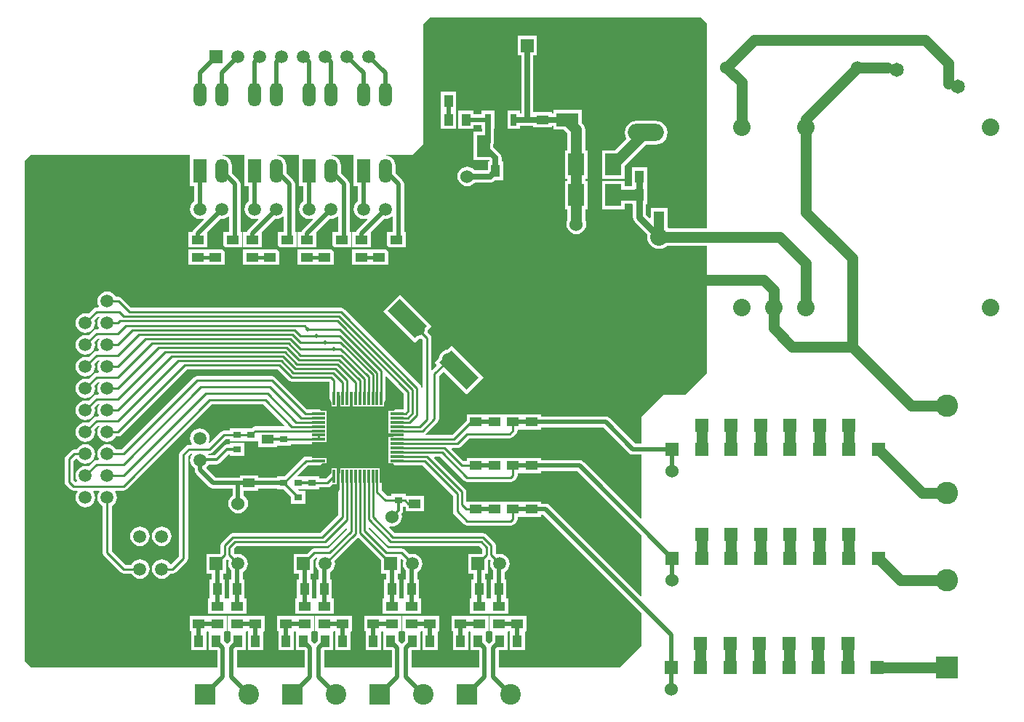
<source format=gtl>
%FSLAX25Y25*%
%MOIN*%
G70*
G01*
G75*
G04 Layer_Physical_Order=1*
G04 Layer_Color=255*
G04:AMPARAMS|DCode=10|XSize=78.74mil|YSize=177.16mil|CornerRadius=0mil|HoleSize=0mil|Usage=FLASHONLY|Rotation=45.000|XOffset=0mil|YOffset=0mil|HoleType=Round|Shape=Rectangle|*
%AMROTATEDRECTD10*
4,1,4,0.03480,-0.09048,-0.09048,0.03480,-0.03480,0.09048,0.09048,-0.03480,0.03480,-0.09048,0.0*
%
%ADD10ROTATEDRECTD10*%

%ADD11R,0.05500X0.04000*%
%ADD12O,0.06000X0.11024*%
%ADD13R,0.06000X0.11024*%
G04:AMPARAMS|DCode=14|XSize=74.8mil|YSize=129.92mil|CornerRadius=0mil|HoleSize=0mil|Usage=FLASHONLY|Rotation=0.000|XOffset=0mil|YOffset=0mil|HoleType=Round|Shape=Octagon|*
%AMOCTAGOND14*
4,1,8,-0.01870,0.06496,0.01870,0.06496,0.03740,0.04626,0.03740,-0.04626,0.01870,-0.06496,-0.01870,-0.06496,-0.03740,-0.04626,-0.03740,0.04626,-0.01870,0.06496,0.0*
%
%ADD14OCTAGOND14*%

%ADD15R,0.02756X0.07087*%
%ADD16R,0.02756X0.05315*%
%ADD17R,0.04000X0.05500*%
%ADD18R,0.06000X0.06000*%
%ADD19R,0.07500X0.10000*%
%ADD20R,0.03500X0.03000*%
%ADD21R,0.06000X0.10000*%
%ADD22R,0.10000X0.06000*%
%ADD23R,0.04725X0.13779*%
%ADD24R,0.04725X0.13779*%
%ADD25R,0.06299X0.01181*%
%ADD26R,0.01181X0.06299*%
%ADD27C,0.02500*%
%ADD28C,0.05000*%
%ADD29C,0.01200*%
%ADD30C,0.01000*%
%ADD31C,0.02000*%
%ADD32C,0.03000*%
%ADD33C,0.01500*%
%ADD34C,0.06000*%
%ADD35R,0.05906X0.05906*%
%ADD36C,0.05906*%
%ADD37C,0.06500*%
%ADD38O,0.07874X0.15748*%
%ADD39O,0.15748X0.07874*%
%ADD40O,0.16535X0.07874*%
%ADD41R,0.10236X0.10236*%
%ADD42C,0.10236*%
%ADD43R,0.09449X0.09449*%
%ADD44C,0.09449*%
%ADD45R,0.05906X0.05906*%
%ADD46C,0.08000*%
%ADD47C,0.02000*%
G36*
X279198Y-201802D02*
X280025Y-202355D01*
X281000Y-202549D01*
X285000D01*
Y-231742D01*
X284538Y-231933D01*
X258302Y-205698D01*
X257475Y-205145D01*
X256500Y-204951D01*
X238750D01*
Y-204000D01*
X204750D01*
Y-205461D01*
X203345D01*
X197924Y-200041D01*
X198116Y-199579D01*
X200461D01*
X201241Y-199423D01*
X201903Y-198981D01*
X201903Y-198981D01*
X201903Y-198981D01*
X205845Y-195039D01*
X224500D01*
X225280Y-194884D01*
X225942Y-194442D01*
X225942Y-194442D01*
X225942Y-194442D01*
X227442Y-192942D01*
X227884Y-192280D01*
X228039Y-191500D01*
Y-191000D01*
X238750D01*
Y-190049D01*
X267444D01*
X279198Y-201802D01*
D02*
G37*
G36*
X315000Y-5000D02*
Y-98623D01*
X297216D01*
X296863Y-98269D01*
X296863Y-89347D01*
X289138Y-89347D01*
X289138Y-93863D01*
X288676Y-94054D01*
X287026Y-92404D01*
Y-87750D01*
X287500D01*
Y-79250D01*
Y-70750D01*
X280500D01*
Y-79250D01*
Y-79466D01*
X277250D01*
Y-77000D01*
X266750D01*
Y-90000D01*
X277250D01*
Y-87534D01*
X280500D01*
Y-87750D01*
X280974D01*
Y-93657D01*
X281077Y-94440D01*
X281291Y-94956D01*
X281380Y-95170D01*
X281860Y-95797D01*
X287600Y-101537D01*
X287453Y-102657D01*
X287642Y-104093D01*
X288196Y-105431D01*
X289078Y-106580D01*
X290227Y-107462D01*
X291564Y-108016D01*
X293000Y-108205D01*
X294436Y-108016D01*
X295774Y-107462D01*
X296777Y-106692D01*
X315000D01*
Y-165000D01*
X305000Y-175000D01*
X295000D01*
X285000Y-185000D01*
Y-197451D01*
X282056D01*
X270302Y-185698D01*
X269476Y-185145D01*
X268500Y-184951D01*
X238750D01*
Y-184000D01*
X204750D01*
Y-186866D01*
X198084Y-193532D01*
X186113D01*
X185830Y-193109D01*
X185814Y-193070D01*
X191442Y-187442D01*
X191884Y-186780D01*
X192039Y-186000D01*
Y-166345D01*
X194097Y-164286D01*
X204771Y-174960D01*
X212460Y-167271D01*
X197811Y-152622D01*
X195998Y-154436D01*
X195245Y-154535D01*
X194150Y-154989D01*
X193210Y-155710D01*
X192489Y-156650D01*
X192035Y-157745D01*
X191936Y-158498D01*
X190122Y-160311D01*
X190963Y-161153D01*
Y-161653D01*
X189001Y-163615D01*
X188539Y-163424D01*
Y-149000D01*
X188384Y-148220D01*
X187942Y-147558D01*
X186789Y-146405D01*
X186884Y-146175D01*
X186983Y-145422D01*
X188797Y-143608D01*
X174148Y-128959D01*
X166459Y-136648D01*
X181108Y-151297D01*
X182922Y-149483D01*
X183675Y-149384D01*
X183905Y-149289D01*
X184461Y-149845D01*
Y-171613D01*
X183963Y-171662D01*
X183884Y-171264D01*
X183442Y-170602D01*
X148563Y-135723D01*
X147901Y-135281D01*
X147121Y-135126D01*
X50927D01*
X46525Y-130723D01*
X45863Y-130281D01*
X45083Y-130126D01*
X43975D01*
X43889Y-129920D01*
X43176Y-128990D01*
X42246Y-128276D01*
X41162Y-127827D01*
X40000Y-127674D01*
X38838Y-127827D01*
X37754Y-128276D01*
X36824Y-128990D01*
X36110Y-129920D01*
X35662Y-131003D01*
X35509Y-132165D01*
X35662Y-133328D01*
X36110Y-134411D01*
X36188Y-134512D01*
X35967Y-134961D01*
X35165D01*
X34385Y-135116D01*
X33723Y-135558D01*
X31369Y-137913D01*
X31162Y-137827D01*
X30000Y-137674D01*
X28838Y-137827D01*
X27754Y-138276D01*
X26824Y-138990D01*
X26111Y-139920D01*
X25662Y-141003D01*
X25509Y-142165D01*
X25662Y-143328D01*
X26111Y-144411D01*
X26824Y-145341D01*
X27754Y-146055D01*
X28838Y-146503D01*
X30000Y-146657D01*
X31162Y-146503D01*
X32246Y-146055D01*
X33176Y-145341D01*
X33889Y-144411D01*
X34338Y-143328D01*
X34491Y-142165D01*
X34338Y-141003D01*
X34253Y-140797D01*
X35848Y-139201D01*
X36341Y-139283D01*
X36442Y-139488D01*
X36110Y-139920D01*
X35662Y-141003D01*
X35509Y-142165D01*
X35662Y-143328D01*
X36110Y-144411D01*
X36188Y-144512D01*
X35967Y-144961D01*
X35165D01*
X34385Y-145116D01*
X33723Y-145558D01*
X31369Y-147913D01*
X31162Y-147827D01*
X30000Y-147674D01*
X28838Y-147827D01*
X27754Y-148276D01*
X26824Y-148990D01*
X26111Y-149920D01*
X25662Y-151003D01*
X25509Y-152165D01*
X25662Y-153328D01*
X26111Y-154411D01*
X26824Y-155341D01*
X27754Y-156055D01*
X28838Y-156503D01*
X30000Y-156657D01*
X31162Y-156503D01*
X32246Y-156055D01*
X33176Y-155341D01*
X33889Y-154411D01*
X34338Y-153328D01*
X34491Y-152165D01*
X34338Y-151003D01*
X34253Y-150797D01*
X35848Y-149201D01*
X36341Y-149283D01*
X36442Y-149488D01*
X36110Y-149920D01*
X35662Y-151003D01*
X35509Y-152165D01*
X35662Y-153328D01*
X36110Y-154411D01*
X36188Y-154512D01*
X35967Y-154961D01*
X35165D01*
X34385Y-155116D01*
X33723Y-155558D01*
X31369Y-157913D01*
X31162Y-157827D01*
X30000Y-157674D01*
X28838Y-157827D01*
X27754Y-158276D01*
X26824Y-158990D01*
X26111Y-159920D01*
X25662Y-161003D01*
X25509Y-162165D01*
X25662Y-163328D01*
X26111Y-164411D01*
X26824Y-165341D01*
X27754Y-166055D01*
X28838Y-166504D01*
X30000Y-166656D01*
X31162Y-166504D01*
X32246Y-166055D01*
X33176Y-165341D01*
X33889Y-164411D01*
X34338Y-163328D01*
X34491Y-162165D01*
X34338Y-161003D01*
X34253Y-160797D01*
X35848Y-159201D01*
X36341Y-159283D01*
X36442Y-159488D01*
X36110Y-159920D01*
X35662Y-161003D01*
X35509Y-162165D01*
X35662Y-163328D01*
X36110Y-164411D01*
X36188Y-164512D01*
X35967Y-164961D01*
X35165D01*
X34385Y-165116D01*
X33723Y-165558D01*
X31369Y-167913D01*
X31162Y-167827D01*
X30000Y-167674D01*
X28838Y-167827D01*
X27754Y-168276D01*
X26824Y-168990D01*
X26111Y-169920D01*
X25662Y-171003D01*
X25509Y-172165D01*
X25662Y-173328D01*
X26111Y-174411D01*
X26824Y-175341D01*
X27754Y-176055D01*
X28838Y-176504D01*
X30000Y-176656D01*
X31162Y-176504D01*
X32246Y-176055D01*
X33176Y-175341D01*
X33889Y-174411D01*
X34338Y-173328D01*
X34491Y-172165D01*
X34338Y-171003D01*
X34253Y-170797D01*
X35848Y-169201D01*
X36341Y-169283D01*
X36442Y-169488D01*
X36110Y-169920D01*
X35662Y-171003D01*
X35509Y-172165D01*
X35662Y-173328D01*
X36110Y-174411D01*
X36188Y-174512D01*
X35967Y-174961D01*
X35165D01*
X34385Y-175116D01*
X33723Y-175558D01*
X31369Y-177913D01*
X31162Y-177827D01*
X30000Y-177674D01*
X28838Y-177827D01*
X27754Y-178276D01*
X26824Y-178990D01*
X26111Y-179920D01*
X25662Y-181003D01*
X25509Y-182165D01*
X25662Y-183328D01*
X26111Y-184411D01*
X26824Y-185341D01*
X27754Y-186055D01*
X28838Y-186504D01*
X30000Y-186656D01*
X31162Y-186504D01*
X32246Y-186055D01*
X33176Y-185341D01*
X33889Y-184411D01*
X34338Y-183328D01*
X34491Y-182165D01*
X34338Y-181003D01*
X34253Y-180797D01*
X35848Y-179201D01*
X36341Y-179283D01*
X36442Y-179488D01*
X36110Y-179920D01*
X35662Y-181003D01*
X35509Y-182165D01*
X35662Y-183328D01*
X36110Y-184411D01*
X36188Y-184512D01*
X35967Y-184961D01*
X35165D01*
X34385Y-185116D01*
X33723Y-185558D01*
X31369Y-187913D01*
X31162Y-187827D01*
X30000Y-187674D01*
X28838Y-187827D01*
X27754Y-188276D01*
X26824Y-188990D01*
X26111Y-189920D01*
X25662Y-191003D01*
X25509Y-192165D01*
X25662Y-193328D01*
X26111Y-194411D01*
X26824Y-195341D01*
X27754Y-196055D01*
X28838Y-196503D01*
X30000Y-196657D01*
X31162Y-196503D01*
X32246Y-196055D01*
X33176Y-195341D01*
X33889Y-194411D01*
X34338Y-193328D01*
X34491Y-192165D01*
X34338Y-191003D01*
X34253Y-190797D01*
X35848Y-189201D01*
X36341Y-189283D01*
X36442Y-189488D01*
X36110Y-189920D01*
X35662Y-191003D01*
X35509Y-192165D01*
X35662Y-193328D01*
X36110Y-194411D01*
X36824Y-195341D01*
X37754Y-196055D01*
X38838Y-196503D01*
X40000Y-196657D01*
X41162Y-196503D01*
X42246Y-196055D01*
X43176Y-195341D01*
X43889Y-194411D01*
X43975Y-194204D01*
X45000D01*
X45780Y-194049D01*
X46442Y-193607D01*
X76510Y-163539D01*
X118185D01*
X123088Y-168442D01*
X123088Y-168442D01*
X123484Y-168707D01*
X123749Y-168884D01*
X124530Y-169039D01*
X141827D01*
X141961Y-169173D01*
Y-176673D01*
X142116Y-177454D01*
X142558Y-178115D01*
X142809Y-178283D01*
Y-180423D01*
X145191D01*
Y-178283D01*
X145442Y-178115D01*
X145884Y-177454D01*
X146039Y-176673D01*
Y-175247D01*
X146306Y-175069D01*
X146747Y-175304D01*
Y-180423D01*
X151096D01*
Y-178304D01*
X151379Y-178115D01*
X151640Y-177725D01*
X152140D01*
X152401Y-178115D01*
X152652Y-178283D01*
Y-180423D01*
X166844D01*
Y-178283D01*
X167095Y-178115D01*
X167537Y-177454D01*
X167693Y-176673D01*
Y-166931D01*
X168155Y-166739D01*
X175961Y-174546D01*
Y-181655D01*
X175896Y-181721D01*
X172740D01*
X171960Y-181876D01*
X171298Y-182318D01*
X171130Y-182569D01*
X168991D01*
Y-184950D01*
Y-186919D01*
Y-188887D01*
Y-190856D01*
Y-192824D01*
X171130D01*
X171298Y-193076D01*
X171712Y-193352D01*
Y-193852D01*
X171298Y-194129D01*
X171130Y-194380D01*
X168991D01*
Y-196761D01*
Y-198730D01*
Y-200698D01*
Y-202667D01*
Y-204635D01*
Y-206604D01*
X171130D01*
X171298Y-206855D01*
X171960Y-207297D01*
X172740Y-207453D01*
X184569D01*
X198461Y-221345D01*
Y-228500D01*
X198616Y-229280D01*
X199058Y-229942D01*
X203558Y-234442D01*
X204220Y-234884D01*
X205000Y-235039D01*
X225000D01*
X225780Y-234884D01*
X226442Y-234442D01*
X227442Y-233442D01*
X227884Y-232780D01*
X228039Y-232000D01*
Y-231000D01*
X238750D01*
Y-230049D01*
X239944D01*
X285000Y-275105D01*
Y-290000D01*
X275000Y-300000D01*
X219549D01*
Y-292250D01*
X223500D01*
Y-283854D01*
X223500Y-283854D01*
D01*
D01*
X223500Y-283750D01*
D01*
X223750Y-283500D01*
X224500D01*
Y-283750D01*
X224500D01*
Y-292250D01*
X231500D01*
Y-283750D01*
D01*
Y-283750D01*
X231750Y-283500D01*
X232250D01*
Y-276500D01*
X215250D01*
Y-283500D01*
X216250D01*
X216500Y-283750D01*
X216500Y-283854D01*
X216500Y-283854D01*
X216500D01*
Y-287895D01*
X215198Y-289198D01*
X214802D01*
X213500Y-287895D01*
Y-283854D01*
X213500Y-283854D01*
D01*
D01*
X213500Y-283750D01*
D01*
X213750Y-283500D01*
X214750D01*
Y-276500D01*
X197750D01*
Y-283500D01*
X198500D01*
Y-283750D01*
X198500D01*
Y-292250D01*
X205500D01*
Y-283750D01*
D01*
Y-283750D01*
X205750Y-283500D01*
X206250D01*
X206500Y-283750D01*
X206500Y-283854D01*
X206500Y-283854D01*
X206500D01*
Y-292250D01*
X210451D01*
Y-300000D01*
X179549D01*
Y-292250D01*
X183500D01*
Y-283854D01*
X183500Y-283854D01*
D01*
D01*
X183500Y-283750D01*
D01*
X183750Y-283500D01*
X184500D01*
Y-283750D01*
X184500D01*
Y-292250D01*
X191500D01*
Y-283750D01*
D01*
Y-283750D01*
X191750Y-283500D01*
X192250D01*
Y-276500D01*
X175250D01*
Y-283500D01*
X176250D01*
X176500Y-283750D01*
X176500Y-283854D01*
X176500Y-283854D01*
X176500D01*
Y-287895D01*
X175198Y-289198D01*
X174802D01*
X173500Y-287895D01*
Y-283854D01*
X173500Y-283854D01*
D01*
D01*
X173500Y-283750D01*
D01*
X173750Y-283500D01*
X174750D01*
Y-276500D01*
X157750D01*
Y-283500D01*
X158500D01*
Y-283750D01*
X158500D01*
Y-292250D01*
X165500D01*
Y-283750D01*
D01*
Y-283750D01*
X165750Y-283500D01*
X166250D01*
X166500Y-283750D01*
X166500Y-283854D01*
X166500Y-283854D01*
X166500D01*
Y-292250D01*
X170451D01*
Y-300000D01*
X139549D01*
Y-292250D01*
X143500D01*
Y-283854D01*
X143500Y-283854D01*
D01*
D01*
X143500Y-283750D01*
D01*
X143750Y-283500D01*
X144500D01*
Y-283750D01*
X144500D01*
Y-292250D01*
X151500D01*
Y-283750D01*
D01*
Y-283750D01*
X151750Y-283500D01*
X152250D01*
Y-276500D01*
X135250D01*
Y-283500D01*
X136250D01*
X136500Y-283750D01*
X136500Y-283854D01*
X136500Y-283854D01*
X136500D01*
Y-287895D01*
X135198Y-289198D01*
X134802D01*
X133500Y-287895D01*
Y-283854D01*
X133500Y-283854D01*
D01*
D01*
X133500Y-283750D01*
D01*
X133750Y-283500D01*
X134750D01*
Y-276500D01*
X117750D01*
Y-283500D01*
X118500D01*
Y-283750D01*
X118500D01*
Y-292250D01*
X125500D01*
Y-283750D01*
D01*
Y-283750D01*
X125750Y-283500D01*
X126250D01*
X126500Y-283750D01*
X126500Y-283854D01*
X126500Y-283854D01*
X126500D01*
Y-292250D01*
X130451D01*
Y-300000D01*
X99549D01*
Y-292250D01*
X103500D01*
Y-283854D01*
X103500Y-283854D01*
D01*
D01*
X103500Y-283750D01*
D01*
X103750Y-283500D01*
X104500D01*
Y-283750D01*
X104500D01*
Y-292250D01*
X111500D01*
Y-283750D01*
D01*
Y-283750D01*
X111750Y-283500D01*
X112250D01*
Y-276500D01*
X95250D01*
Y-283500D01*
X96250D01*
X96500Y-283750D01*
X96500Y-283854D01*
X96500Y-283854D01*
X96500D01*
Y-287895D01*
X95198Y-289198D01*
X94802D01*
X93500Y-287895D01*
Y-283854D01*
X93500Y-283854D01*
D01*
D01*
X93500Y-283750D01*
D01*
X93750Y-283500D01*
X94750D01*
Y-276500D01*
X77750D01*
Y-283500D01*
X78500D01*
Y-283750D01*
X78500D01*
Y-292250D01*
X85500D01*
Y-283750D01*
D01*
Y-283750D01*
X85750Y-283500D01*
X86250D01*
X86500Y-283750D01*
X86500Y-283854D01*
X86500Y-283854D01*
X86500D01*
Y-292250D01*
X90451D01*
Y-300000D01*
X5000D01*
X2039Y-297039D01*
Y-67961D01*
X5000Y-65000D01*
X78000D01*
Y-65488D01*
X78000D01*
Y-79512D01*
X79951D01*
Y-86343D01*
X79324Y-86824D01*
X78610Y-87754D01*
X78162Y-88838D01*
X78009Y-90000D01*
X78162Y-91162D01*
X78610Y-92246D01*
X79324Y-93176D01*
X80254Y-93889D01*
X81338Y-94338D01*
X82500Y-94491D01*
X83662Y-94338D01*
X84006Y-94196D01*
X84284Y-94612D01*
X79698Y-99198D01*
X79145Y-100024D01*
X79050Y-100500D01*
X77250D01*
Y-107500D01*
X85750D01*
Y-100500D01*
X85750Y-100500D01*
X85750D01*
X85707Y-100397D01*
X91717Y-94388D01*
X92500Y-94491D01*
X93662Y-94338D01*
X94746Y-93889D01*
X95503Y-93309D01*
X95951Y-93530D01*
Y-100500D01*
X93250D01*
Y-107500D01*
X101750D01*
Y-100500D01*
X101049D01*
Y-78500D01*
X100855Y-77525D01*
X100302Y-76698D01*
X97039Y-73434D01*
Y-69988D01*
X96884Y-68814D01*
X96431Y-67719D01*
X95709Y-66779D01*
X94769Y-66057D01*
X93675Y-65604D01*
X92876Y-65499D01*
X92909Y-65000D01*
X103000D01*
Y-65488D01*
X103000D01*
Y-79512D01*
X104951D01*
Y-86343D01*
X104324Y-86824D01*
X103611Y-87754D01*
X103162Y-88838D01*
X103009Y-90000D01*
X103162Y-91162D01*
X103611Y-92246D01*
X104324Y-93176D01*
X105254Y-93889D01*
X106338Y-94338D01*
X107500Y-94491D01*
X108662Y-94338D01*
X109006Y-94196D01*
X109283Y-94612D01*
X104698Y-99198D01*
X104145Y-100024D01*
X104051Y-100500D01*
X102250D01*
Y-107500D01*
X110750D01*
Y-100500D01*
X110750Y-100500D01*
X110750D01*
X110707Y-100397D01*
X116717Y-94388D01*
X117500Y-94491D01*
X118662Y-94338D01*
X119746Y-93889D01*
X120503Y-93309D01*
X120951Y-93530D01*
Y-100500D01*
X118250D01*
Y-107500D01*
X126750D01*
Y-100500D01*
X126049D01*
Y-78500D01*
X125855Y-77525D01*
X125302Y-76698D01*
X122039Y-73434D01*
Y-69988D01*
X121884Y-68814D01*
X121431Y-67719D01*
X120709Y-66779D01*
X119769Y-66057D01*
X118675Y-65604D01*
X117876Y-65499D01*
X117909Y-65000D01*
X128000D01*
Y-65488D01*
X128000D01*
Y-79512D01*
X129951D01*
Y-86343D01*
X129324Y-86824D01*
X128611Y-87754D01*
X128162Y-88838D01*
X128009Y-90000D01*
X128162Y-91162D01*
X128611Y-92246D01*
X129324Y-93176D01*
X130254Y-93889D01*
X131338Y-94338D01*
X132500Y-94491D01*
X133662Y-94338D01*
X134006Y-94196D01*
X134283Y-94612D01*
X129698Y-99198D01*
X129145Y-100024D01*
X129051Y-100500D01*
X127250D01*
Y-107500D01*
X135750D01*
Y-100500D01*
X135750Y-100500D01*
X135750D01*
X135707Y-100397D01*
X141717Y-94388D01*
X142500Y-94491D01*
X143662Y-94338D01*
X144746Y-93889D01*
X145503Y-93309D01*
X145951Y-93530D01*
Y-100500D01*
X143250D01*
Y-107500D01*
X151750D01*
Y-100500D01*
X151049D01*
Y-78500D01*
X150855Y-77525D01*
X150302Y-76698D01*
X147039Y-73434D01*
Y-69988D01*
X146884Y-68814D01*
X146431Y-67719D01*
X145709Y-66779D01*
X144769Y-66057D01*
X143675Y-65604D01*
X142876Y-65499D01*
X142909Y-65000D01*
X153000D01*
Y-65488D01*
X153000D01*
Y-79512D01*
X154951D01*
Y-86343D01*
X154324Y-86824D01*
X153611Y-87754D01*
X153162Y-88838D01*
X153009Y-90000D01*
X153162Y-91162D01*
X153611Y-92246D01*
X154324Y-93176D01*
X155254Y-93889D01*
X156338Y-94338D01*
X157500Y-94491D01*
X158662Y-94338D01*
X159006Y-94196D01*
X159283Y-94612D01*
X154698Y-99198D01*
X154145Y-100024D01*
X154051Y-100500D01*
X152250D01*
Y-107500D01*
X160750D01*
Y-100500D01*
X160750Y-100500D01*
X160750D01*
X160707Y-100397D01*
X166717Y-94388D01*
X167500Y-94491D01*
X168662Y-94338D01*
X169746Y-93889D01*
X170503Y-93309D01*
X170951Y-93530D01*
Y-100500D01*
X168250D01*
Y-107500D01*
X176750D01*
Y-100500D01*
X176049D01*
Y-78500D01*
X175855Y-77525D01*
X175302Y-76698D01*
X172039Y-73434D01*
Y-69988D01*
X171884Y-68814D01*
X171431Y-67719D01*
X170709Y-66779D01*
X169769Y-66057D01*
X168675Y-65604D01*
X167876Y-65499D01*
X167909Y-65000D01*
X180000D01*
X185000Y-60000D01*
Y-5000D01*
X187961Y-2039D01*
X312039D01*
X315000Y-5000D01*
D02*
G37*
G36*
X203558Y-214442D02*
X203558Y-214442D01*
X204220Y-214884D01*
X205000Y-215039D01*
X205000Y-215039D01*
X225000D01*
X225780Y-214884D01*
X226442Y-214442D01*
X227442Y-213442D01*
X227884Y-212780D01*
X228039Y-212000D01*
X228039Y-212000D01*
X228039Y-212000D01*
Y-212000D01*
Y-211000D01*
X238750D01*
Y-210049D01*
X255444D01*
X285000Y-239605D01*
Y-267242D01*
X284538Y-267433D01*
X242802Y-225698D01*
X241975Y-225145D01*
X241000Y-224951D01*
X238750D01*
Y-224000D01*
X204750D01*
D01*
X204750D01*
X204539Y-223789D01*
Y-219500D01*
X204539Y-219500D01*
X204539Y-219500D01*
Y-219500D01*
X204539D01*
X204539Y-219500D01*
X204384Y-218720D01*
X204207Y-218455D01*
X203942Y-218058D01*
X203942Y-218058D01*
X189861Y-203977D01*
X190053Y-203516D01*
X192632D01*
X203558Y-214442D01*
D02*
G37*
%LPC*%
G36*
X93750Y-108500D02*
X77250D01*
Y-115500D01*
X93750D01*
Y-108500D01*
D02*
G37*
G36*
X55000Y-235509D02*
X53838Y-235662D01*
X52754Y-236110D01*
X51824Y-236824D01*
X51111Y-237754D01*
X50662Y-238838D01*
X50509Y-240000D01*
X50662Y-241162D01*
X51111Y-242246D01*
X51824Y-243176D01*
X52754Y-243889D01*
X53838Y-244338D01*
X55000Y-244491D01*
X56162Y-244338D01*
X57246Y-243889D01*
X58176Y-243176D01*
X58890Y-242246D01*
X59338Y-241162D01*
X59491Y-240000D01*
X59338Y-238838D01*
X58890Y-237754D01*
X58176Y-236824D01*
X57246Y-236110D01*
X56162Y-235662D01*
X55000Y-235509D01*
D02*
G37*
G36*
X65000D02*
X63838Y-235662D01*
X62754Y-236110D01*
X61824Y-236824D01*
X61111Y-237754D01*
X60662Y-238838D01*
X60509Y-240000D01*
X60662Y-241162D01*
X61111Y-242246D01*
X61824Y-243176D01*
X62754Y-243889D01*
X63838Y-244338D01*
X65000Y-244491D01*
X66162Y-244338D01*
X67246Y-243889D01*
X68176Y-243176D01*
X68889Y-242246D01*
X69338Y-241162D01*
X69491Y-240000D01*
X69338Y-238838D01*
X68889Y-237754D01*
X68176Y-236824D01*
X67246Y-236110D01*
X66162Y-235662D01*
X65000Y-235509D01*
D02*
G37*
G36*
X115500Y-166461D02*
X81165D01*
X80385Y-166616D01*
X80120Y-166793D01*
X79723Y-167058D01*
X79723Y-167058D01*
X46655Y-200126D01*
X43975D01*
X43889Y-199920D01*
X43176Y-198990D01*
X42246Y-198276D01*
X41162Y-197827D01*
X40000Y-197674D01*
X38838Y-197827D01*
X37754Y-198276D01*
X36824Y-198990D01*
X36110Y-199920D01*
X35662Y-201003D01*
X35509Y-202165D01*
X35662Y-203328D01*
X36110Y-204411D01*
X36188Y-204512D01*
X35967Y-204961D01*
X35165D01*
X34385Y-205116D01*
X33723Y-205558D01*
X31369Y-207913D01*
X31162Y-207827D01*
X30000Y-207674D01*
X28838Y-207827D01*
X27754Y-208276D01*
X26824Y-208990D01*
X26111Y-209920D01*
X25662Y-211003D01*
X25509Y-212165D01*
X25662Y-213328D01*
X26111Y-214411D01*
X26188Y-214512D01*
X25967Y-214961D01*
X25345D01*
X24539Y-214155D01*
Y-205345D01*
X25606Y-204278D01*
X26096Y-204376D01*
X26111Y-204411D01*
X26824Y-205341D01*
X27754Y-206055D01*
X28838Y-206504D01*
X30000Y-206657D01*
X31162Y-206504D01*
X32246Y-206055D01*
X33176Y-205341D01*
X33889Y-204411D01*
X34338Y-203328D01*
X34491Y-202165D01*
X34338Y-201003D01*
X33889Y-199920D01*
X33176Y-198990D01*
X32246Y-198276D01*
X31162Y-197827D01*
X30000Y-197674D01*
X28838Y-197827D01*
X27754Y-198276D01*
X26824Y-198990D01*
X26111Y-199920D01*
X26025Y-200126D01*
X24835D01*
X24054Y-200281D01*
X23393Y-200723D01*
X21058Y-203058D01*
X20616Y-203720D01*
X20461Y-204500D01*
Y-215000D01*
X20616Y-215780D01*
X21058Y-216442D01*
X23058Y-218442D01*
X23720Y-218884D01*
X24500Y-219039D01*
X26221D01*
X26442Y-219488D01*
X26111Y-219920D01*
X25662Y-221003D01*
X25509Y-222165D01*
X25662Y-223328D01*
X26111Y-224411D01*
X26824Y-225341D01*
X27754Y-226055D01*
X28838Y-226503D01*
X30000Y-226657D01*
X31162Y-226503D01*
X32246Y-226055D01*
X33176Y-225341D01*
X33889Y-224411D01*
X34338Y-223328D01*
X34491Y-222165D01*
X34338Y-221003D01*
X33889Y-219920D01*
X33558Y-219488D01*
X33779Y-219039D01*
X36221D01*
X36442Y-219488D01*
X36110Y-219920D01*
X35662Y-221003D01*
X35509Y-222165D01*
X35662Y-223328D01*
X36110Y-224411D01*
X36824Y-225341D01*
X37754Y-226055D01*
X37961Y-226140D01*
Y-247500D01*
X38116Y-248280D01*
X38558Y-248942D01*
X46058Y-256442D01*
X46720Y-256884D01*
X47500Y-257039D01*
X51025D01*
X51111Y-257246D01*
X51824Y-258176D01*
X52754Y-258890D01*
X53838Y-259338D01*
X55000Y-259491D01*
X56162Y-259338D01*
X57246Y-258890D01*
X58176Y-258176D01*
X58890Y-257246D01*
X59338Y-256162D01*
X59491Y-255000D01*
X59338Y-253838D01*
X58890Y-252754D01*
X58176Y-251824D01*
X57246Y-251111D01*
X56162Y-250662D01*
X55000Y-250509D01*
X53838Y-250662D01*
X52754Y-251111D01*
X51824Y-251824D01*
X51111Y-252754D01*
X51025Y-252961D01*
X48345D01*
X42039Y-246655D01*
Y-226140D01*
X42246Y-226055D01*
X43176Y-225341D01*
X43889Y-224411D01*
X44338Y-223328D01*
X44491Y-222165D01*
X44338Y-221003D01*
X43889Y-219920D01*
X43558Y-219488D01*
X43779Y-219039D01*
X47500D01*
X48280Y-218884D01*
X48942Y-218442D01*
X48942Y-218442D01*
X48942Y-218442D01*
X87845Y-179539D01*
X111655D01*
X121249Y-189133D01*
X121058Y-189595D01*
X107866D01*
X107086Y-189750D01*
X106424Y-190192D01*
X106116Y-190500D01*
X96250D01*
Y-191461D01*
X93500D01*
X92720Y-191616D01*
X92058Y-192058D01*
X86955Y-197161D01*
X86540Y-196883D01*
X86838Y-196162D01*
X86991Y-195000D01*
X86838Y-193838D01*
X86389Y-192754D01*
X85676Y-191824D01*
X84746Y-191111D01*
X83662Y-190662D01*
X82500Y-190509D01*
X81338Y-190662D01*
X80254Y-191111D01*
X79324Y-191824D01*
X78610Y-192754D01*
X78162Y-193838D01*
X78009Y-195000D01*
X78162Y-196162D01*
X78610Y-197246D01*
X78815Y-197512D01*
X78594Y-197961D01*
X77500D01*
X76720Y-198116D01*
X76058Y-198558D01*
X73558Y-201058D01*
X73116Y-201720D01*
X72961Y-202500D01*
Y-249155D01*
X69696Y-252420D01*
X68956Y-252727D01*
X68864Y-252721D01*
X68176Y-251824D01*
X67246Y-251111D01*
X66162Y-250662D01*
X65000Y-250509D01*
X63838Y-250662D01*
X62754Y-251111D01*
X61824Y-251824D01*
X61111Y-252754D01*
X60662Y-253838D01*
X60509Y-255000D01*
X60662Y-256162D01*
X61111Y-257246D01*
X61824Y-258176D01*
X62754Y-258890D01*
X63838Y-259338D01*
X65000Y-259491D01*
X66162Y-259338D01*
X67246Y-258890D01*
X68176Y-258176D01*
X68889Y-257246D01*
X68975Y-257039D01*
X70000D01*
X70780Y-256884D01*
X71442Y-256442D01*
X76442Y-251442D01*
X76884Y-250780D01*
X77039Y-250000D01*
Y-203345D01*
X78208Y-202176D01*
X78702Y-202257D01*
X78815Y-202488D01*
X78610Y-202754D01*
X78162Y-203838D01*
X78009Y-205000D01*
X78162Y-206162D01*
X78610Y-207246D01*
X79324Y-208176D01*
X80051Y-208733D01*
Y-209500D01*
X80245Y-210475D01*
X80798Y-211302D01*
X86798Y-217302D01*
X87625Y-217855D01*
X88600Y-218049D01*
X97451D01*
Y-221284D01*
X96791Y-221791D01*
X96069Y-222731D01*
X95616Y-223825D01*
X95461Y-225000D01*
X95616Y-226175D01*
X96069Y-227269D01*
X96791Y-228209D01*
X97731Y-228931D01*
X98825Y-229384D01*
X100000Y-229539D01*
X101175Y-229384D01*
X102269Y-228931D01*
X103209Y-228209D01*
X103931Y-227269D01*
X104384Y-226175D01*
X104539Y-225000D01*
X104384Y-223825D01*
X103931Y-222731D01*
X103209Y-221791D01*
X102549Y-221284D01*
Y-219000D01*
X109250D01*
Y-218049D01*
X117750D01*
Y-218500D01*
X120972D01*
X124250Y-221778D01*
Y-225000D01*
X130750D01*
Y-219000D01*
X127924D01*
X127646Y-218584D01*
X127681Y-218500D01*
X137250D01*
Y-217539D01*
X141000D01*
X141780Y-217384D01*
X142442Y-216942D01*
X143134Y-216250D01*
X145191D01*
Y-214304D01*
X145632Y-214069D01*
X145898Y-214247D01*
Y-230218D01*
X137655Y-238461D01*
X97672D01*
X96891Y-238616D01*
X96230Y-239058D01*
X92558Y-242730D01*
X92116Y-243391D01*
X91961Y-244172D01*
Y-247655D01*
X91569Y-248047D01*
X85547D01*
Y-256953D01*
X87951D01*
Y-259750D01*
X87000D01*
Y-268250D01*
D01*
Y-268250D01*
X86750Y-268500D01*
X86250D01*
Y-275500D01*
X94750D01*
Y-268500D01*
X94000D01*
Y-268250D01*
X94000D01*
Y-259750D01*
X93049D01*
Y-256953D01*
X94453D01*
Y-250931D01*
X95000Y-250384D01*
X95747Y-251131D01*
X95662Y-251338D01*
X95509Y-252500D01*
X95662Y-253662D01*
X96110Y-254746D01*
X96824Y-255676D01*
X96951Y-255773D01*
Y-259750D01*
X96000D01*
Y-268250D01*
D01*
Y-268250D01*
X95750Y-268500D01*
X95250D01*
Y-275500D01*
X103750D01*
Y-268500D01*
X103000D01*
Y-268250D01*
X103000D01*
Y-259750D01*
X102049D01*
Y-256471D01*
X102246Y-256389D01*
X103176Y-255676D01*
X103890Y-254746D01*
X104338Y-253662D01*
X104491Y-252500D01*
X104338Y-251338D01*
X103890Y-250254D01*
X103176Y-249324D01*
X102246Y-248610D01*
X101162Y-248162D01*
X100000Y-248009D01*
X98838Y-248162D01*
X98631Y-248247D01*
X98039Y-247655D01*
Y-245845D01*
X99345Y-244539D01*
X140000D01*
X140780Y-244384D01*
X141442Y-243942D01*
X141442Y-243942D01*
X141442Y-243942D01*
X149373Y-236011D01*
X149835Y-236202D01*
Y-236781D01*
X141155Y-245461D01*
X135000D01*
X134220Y-245616D01*
X133558Y-246058D01*
X131569Y-248047D01*
X125547D01*
Y-256953D01*
X127951D01*
Y-259750D01*
X127000D01*
Y-268250D01*
D01*
Y-268250D01*
X126750Y-268500D01*
X126250D01*
Y-275500D01*
X134750D01*
Y-268500D01*
X134000D01*
Y-268250D01*
X134000D01*
Y-259750D01*
X133049D01*
Y-256953D01*
X134453D01*
Y-250931D01*
X135708Y-249676D01*
X136202Y-249757D01*
X136315Y-249988D01*
X136110Y-250254D01*
X135662Y-251338D01*
X135509Y-252500D01*
X135662Y-253662D01*
X136110Y-254746D01*
X136824Y-255676D01*
X136951Y-255773D01*
Y-259750D01*
X136000D01*
Y-268250D01*
D01*
Y-268250D01*
X135750Y-268500D01*
X135250D01*
Y-275500D01*
X143750D01*
Y-268500D01*
X143000D01*
Y-268250D01*
X143000D01*
Y-259750D01*
X142049D01*
Y-256471D01*
X142246Y-256389D01*
X143176Y-255676D01*
X143889Y-254746D01*
X144338Y-253662D01*
X144491Y-252500D01*
X144338Y-251338D01*
X144253Y-251131D01*
X155000Y-240384D01*
X165547Y-250931D01*
Y-256953D01*
X167951D01*
Y-259750D01*
X167000D01*
Y-268250D01*
D01*
Y-268250D01*
X166750Y-268500D01*
X166250D01*
Y-275500D01*
X174750D01*
Y-268500D01*
X174000D01*
Y-268250D01*
X174000D01*
Y-259750D01*
X173049D01*
Y-256953D01*
X174453D01*
Y-250490D01*
X174915Y-250299D01*
X175747Y-251131D01*
X175662Y-251338D01*
X175509Y-252500D01*
X175662Y-253662D01*
X176110Y-254746D01*
X176824Y-255676D01*
X176951Y-255773D01*
Y-259750D01*
X176000D01*
Y-268250D01*
D01*
Y-268250D01*
X175750Y-268500D01*
X175250D01*
Y-275500D01*
X183750D01*
Y-268500D01*
X183000D01*
Y-268250D01*
X183000D01*
Y-259750D01*
X182049D01*
Y-256471D01*
X182246Y-256389D01*
X183176Y-255676D01*
X183889Y-254746D01*
X184338Y-253662D01*
X184491Y-252500D01*
X184338Y-251338D01*
X183889Y-250254D01*
X183176Y-249324D01*
X182246Y-248610D01*
X181162Y-248162D01*
X180000Y-248009D01*
X178838Y-248162D01*
X178631Y-248247D01*
X176442Y-246058D01*
X175780Y-245616D01*
X175000Y-245461D01*
X168845D01*
X159819Y-236435D01*
Y-235856D01*
X160281Y-235665D01*
X168558Y-243942D01*
X169220Y-244384D01*
X170000Y-244539D01*
X210655D01*
X211961Y-245845D01*
Y-247655D01*
X211569Y-248047D01*
X205547D01*
Y-256953D01*
X207951D01*
Y-259750D01*
X207000D01*
Y-268250D01*
D01*
Y-268250D01*
X206750Y-268500D01*
X206250D01*
Y-275500D01*
X214750D01*
Y-268500D01*
X214000D01*
Y-268250D01*
X214000D01*
Y-259750D01*
X213049D01*
Y-256953D01*
X214453D01*
Y-250931D01*
X215000Y-250384D01*
X215747Y-251131D01*
X215662Y-251338D01*
X215509Y-252500D01*
X215662Y-253662D01*
X216110Y-254746D01*
X216824Y-255676D01*
X216951Y-255773D01*
Y-259750D01*
X216000D01*
Y-268250D01*
D01*
Y-268250D01*
X215750Y-268500D01*
X215250D01*
Y-275500D01*
X223750D01*
Y-268500D01*
X223000D01*
Y-268250D01*
X223000D01*
Y-259750D01*
X222049D01*
Y-256471D01*
X222246Y-256389D01*
X223176Y-255676D01*
X223889Y-254746D01*
X224338Y-253662D01*
X224491Y-252500D01*
X224338Y-251338D01*
X223889Y-250254D01*
X223176Y-249324D01*
X222246Y-248610D01*
X221162Y-248162D01*
X220000Y-248009D01*
X218838Y-248162D01*
X218631Y-248247D01*
X218039Y-247655D01*
Y-244172D01*
X217884Y-243391D01*
X217442Y-242730D01*
X213770Y-239058D01*
X213109Y-238616D01*
X212328Y-238461D01*
X171845D01*
X169234Y-235850D01*
X169455Y-235401D01*
X170500Y-235539D01*
X171675Y-235384D01*
X172769Y-234931D01*
X173709Y-234209D01*
X174431Y-233269D01*
X174884Y-232175D01*
X175039Y-231000D01*
X174884Y-229825D01*
X174831Y-229697D01*
X175014Y-229514D01*
X175478Y-228819D01*
X175478Y-228819D01*
X175478Y-228819D01*
X175641Y-228000D01*
Y-226500D01*
X176645D01*
X176750Y-226570D01*
Y-228500D01*
X185250D01*
Y-221500D01*
X176750D01*
Y-220500D01*
X170250D01*
Y-221461D01*
X168345D01*
X165724Y-218840D01*
Y-212500D01*
X165569Y-211720D01*
X165127Y-211058D01*
X164875Y-210890D01*
Y-208750D01*
X146747D01*
Y-210890D01*
X146495Y-211058D01*
X146219Y-211472D01*
X145719D01*
X145442Y-211058D01*
X145191Y-210890D01*
Y-208750D01*
X142809D01*
Y-210890D01*
X142558Y-211058D01*
X140155Y-213461D01*
X137250D01*
Y-212500D01*
X127537D01*
X127346Y-212038D01*
X131931Y-207453D01*
X136913D01*
X137694Y-207297D01*
X138355Y-206855D01*
X138523Y-206604D01*
X140663D01*
Y-204223D01*
X138523D01*
X138355Y-203972D01*
X137694Y-203529D01*
X136913Y-203374D01*
X131087D01*
X130306Y-203529D01*
X129645Y-203972D01*
X121116Y-212500D01*
X117750D01*
Y-212951D01*
X109250D01*
Y-212000D01*
X100750D01*
Y-212951D01*
X89656D01*
X85494Y-208789D01*
X85527Y-208290D01*
X85676Y-208176D01*
X86389Y-207246D01*
X86474Y-207041D01*
X90100D01*
X90919Y-206878D01*
X91614Y-206414D01*
X91614Y-206414D01*
X91614Y-206414D01*
X95788Y-202240D01*
X96250Y-202431D01*
Y-203000D01*
X102750D01*
Y-197000D01*
X96250D01*
Y-197859D01*
X95000D01*
X94181Y-198022D01*
X93486Y-198486D01*
X89213Y-202759D01*
X86524D01*
X86260Y-202334D01*
X86406Y-202039D01*
X87000D01*
X87780Y-201884D01*
X88442Y-201442D01*
X94345Y-195539D01*
X96250D01*
Y-196500D01*
X109250D01*
Y-199000D01*
X117750D01*
Y-198500D01*
X124250D01*
Y-197610D01*
X136913D01*
X137694Y-197455D01*
X138355Y-197013D01*
X138523Y-196761D01*
X140663D01*
Y-194793D01*
Y-192824D01*
Y-190856D01*
Y-188887D01*
Y-186919D01*
Y-184950D01*
Y-182569D01*
X138544D01*
X138355Y-182287D01*
X137694Y-181844D01*
X136913Y-181689D01*
X131573D01*
X116942Y-167058D01*
X116280Y-166616D01*
X115500Y-166461D01*
D02*
G37*
G36*
X118750Y-108500D02*
X102250D01*
Y-115500D01*
X118750D01*
Y-108500D01*
D02*
G37*
G36*
X208000Y-44750D02*
X201000D01*
Y-53250D01*
X208000D01*
Y-51549D01*
X211622D01*
Y-53158D01*
X211726D01*
Y-54500D01*
X208000D01*
Y-67500D01*
X215077D01*
X215226Y-67649D01*
Y-68250D01*
X214500D01*
Y-72077D01*
X214351Y-72226D01*
X208544D01*
X208209Y-71791D01*
X207269Y-71069D01*
X206175Y-70616D01*
X205000Y-70461D01*
X203825Y-70616D01*
X202731Y-71069D01*
X201791Y-71791D01*
X201069Y-72731D01*
X200616Y-73825D01*
X200461Y-75000D01*
X200616Y-76175D01*
X201069Y-77269D01*
X201791Y-78209D01*
X202731Y-78931D01*
X203825Y-79384D01*
X205000Y-79539D01*
X206175Y-79384D01*
X207269Y-78931D01*
X208209Y-78209D01*
X208544Y-77774D01*
X215500D01*
X216218Y-77679D01*
X216610Y-77517D01*
X216887Y-77402D01*
X217461Y-76961D01*
X217673Y-76750D01*
X221500D01*
Y-68250D01*
X220774D01*
Y-66500D01*
X220679Y-65782D01*
X220402Y-65113D01*
X219961Y-64539D01*
X217000Y-61577D01*
Y-60151D01*
X217179Y-59718D01*
X217274Y-59000D01*
Y-53158D01*
X217378D01*
Y-44842D01*
X211622D01*
Y-46451D01*
X208000D01*
Y-44750D01*
D02*
G37*
G36*
X200000Y-36250D02*
X193000D01*
Y-44750D01*
Y-53250D01*
X200000D01*
Y-44750D01*
Y-36250D01*
D02*
G37*
G36*
X236953Y-10547D02*
X228047D01*
Y-19453D01*
X229726D01*
Y-46226D01*
X229189D01*
Y-44842D01*
X223433D01*
Y-53158D01*
X229189D01*
Y-51774D01*
X235250D01*
Y-52500D01*
X243750D01*
Y-51774D01*
X244500D01*
Y-53500D01*
X249294D01*
X250965Y-55171D01*
Y-63000D01*
X249750D01*
Y-76000D01*
X250965D01*
Y-77000D01*
X249750D01*
Y-90000D01*
X250965D01*
Y-94981D01*
X250616Y-95825D01*
X250461Y-97000D01*
X250616Y-98175D01*
X251069Y-99269D01*
X251791Y-100209D01*
X252731Y-100931D01*
X253825Y-101384D01*
X255000Y-101539D01*
X256175Y-101384D01*
X257269Y-100931D01*
X258209Y-100209D01*
X258931Y-99269D01*
X259384Y-98175D01*
X259539Y-97000D01*
X259384Y-95825D01*
X259034Y-94981D01*
Y-90000D01*
X260250D01*
Y-77000D01*
X259034D01*
Y-76000D01*
X260250D01*
Y-63000D01*
X259034D01*
Y-53500D01*
X258897Y-52456D01*
X258494Y-51483D01*
X257853Y-50647D01*
X257500Y-50294D01*
Y-44500D01*
X244500D01*
Y-46226D01*
X243750D01*
Y-45500D01*
X235274D01*
Y-19453D01*
X236953D01*
Y-10547D01*
D02*
G37*
G36*
X143750Y-108500D02*
X127250D01*
Y-115500D01*
X143750D01*
Y-108500D01*
D02*
G37*
G36*
X168750D02*
X152250D01*
Y-115500D01*
X168750D01*
Y-108500D01*
D02*
G37*
G36*
X291331Y-49453D02*
X282669D01*
X281250Y-49640D01*
X279927Y-50188D01*
X278792Y-51059D01*
X277920Y-52195D01*
X277372Y-53518D01*
X277185Y-54937D01*
X277372Y-56356D01*
X277920Y-57679D01*
X278005Y-57789D01*
X272794Y-63000D01*
X266750D01*
Y-76000D01*
X277250D01*
Y-69956D01*
X286785Y-60421D01*
X291331D01*
X292750Y-60234D01*
X294073Y-59686D01*
X295208Y-58815D01*
X296080Y-57679D01*
X296628Y-56356D01*
X296815Y-54937D01*
X296628Y-53518D01*
X296080Y-52195D01*
X295208Y-51059D01*
X294073Y-50188D01*
X292750Y-49640D01*
X291331Y-49453D01*
D02*
G37*
%LPD*%
D10*
X177628Y-140128D02*
D03*
X201291Y-163791D02*
D03*
D11*
X105000Y-215500D02*
D03*
Y-207500D02*
D03*
X217500Y-179500D02*
D03*
Y-187500D02*
D03*
X234500D02*
D03*
Y-179500D02*
D03*
X217500Y-199500D02*
D03*
Y-207500D02*
D03*
X234500D02*
D03*
Y-199500D02*
D03*
X164500Y-104000D02*
D03*
Y-112000D02*
D03*
X217500Y-227500D02*
D03*
Y-219500D02*
D03*
X234500D02*
D03*
Y-227500D02*
D03*
X172500Y-104000D02*
D03*
Y-112000D02*
D03*
X139500Y-104000D02*
D03*
Y-112000D02*
D03*
X147500Y-104000D02*
D03*
Y-112000D02*
D03*
X219500Y-280000D02*
D03*
Y-272000D02*
D03*
X179500D02*
D03*
Y-280000D02*
D03*
X114500Y-104000D02*
D03*
Y-112000D02*
D03*
X122500Y-104000D02*
D03*
Y-112000D02*
D03*
X210500Y-280000D02*
D03*
Y-272000D02*
D03*
X170500D02*
D03*
Y-280000D02*
D03*
X89500Y-104000D02*
D03*
Y-112000D02*
D03*
X139500Y-272000D02*
D03*
Y-280000D02*
D03*
X99500Y-272000D02*
D03*
Y-280000D02*
D03*
X97500Y-104000D02*
D03*
Y-112000D02*
D03*
X130500Y-280000D02*
D03*
Y-272000D02*
D03*
X90500Y-280000D02*
D03*
Y-272000D02*
D03*
X156500Y-104000D02*
D03*
Y-112000D02*
D03*
X131500D02*
D03*
Y-104000D02*
D03*
X106500D02*
D03*
Y-112000D02*
D03*
X81500D02*
D03*
Y-104000D02*
D03*
X209000Y-179500D02*
D03*
Y-187500D02*
D03*
X226000D02*
D03*
Y-179500D02*
D03*
X209000Y-199500D02*
D03*
Y-207500D02*
D03*
X226000D02*
D03*
Y-199500D02*
D03*
X209000Y-219500D02*
D03*
Y-227500D02*
D03*
X226000D02*
D03*
Y-219500D02*
D03*
X181000Y-217000D02*
D03*
Y-225000D02*
D03*
X113500Y-203500D02*
D03*
Y-195500D02*
D03*
X239500Y-49000D02*
D03*
Y-41000D02*
D03*
X82000Y-272000D02*
D03*
Y-280000D02*
D03*
X122000Y-272000D02*
D03*
Y-280000D02*
D03*
X108000D02*
D03*
Y-272000D02*
D03*
X148000Y-280000D02*
D03*
Y-272000D02*
D03*
X162000D02*
D03*
Y-280000D02*
D03*
X202000Y-272000D02*
D03*
Y-280000D02*
D03*
X188000D02*
D03*
Y-272000D02*
D03*
X228000Y-280000D02*
D03*
Y-272000D02*
D03*
D12*
X167500Y-37500D02*
D03*
Y-72500D02*
D03*
X157500Y-37500D02*
D03*
X142500D02*
D03*
Y-72500D02*
D03*
X132500Y-37500D02*
D03*
X117500D02*
D03*
Y-72500D02*
D03*
X107500Y-37500D02*
D03*
X92500D02*
D03*
Y-72500D02*
D03*
X82500Y-37500D02*
D03*
D13*
X157500Y-72500D02*
D03*
X132500D02*
D03*
X107500D02*
D03*
X82500D02*
D03*
D14*
X220406Y-38075D02*
D03*
D15*
X220406Y-48114D02*
D03*
D16*
X214500Y-49000D02*
D03*
X226311D02*
D03*
D17*
X228000Y-288000D02*
D03*
X220000D02*
D03*
X180000D02*
D03*
X188000D02*
D03*
X202000D02*
D03*
X210000D02*
D03*
X170000D02*
D03*
X162000D02*
D03*
X148000D02*
D03*
X140000D02*
D03*
X100000D02*
D03*
X108000D02*
D03*
X122000D02*
D03*
X130000D02*
D03*
X90000D02*
D03*
X82000D02*
D03*
X196500Y-49000D02*
D03*
X204500D02*
D03*
Y-40500D02*
D03*
X196500D02*
D03*
X219500Y-264000D02*
D03*
X227500D02*
D03*
X187500D02*
D03*
X179500D02*
D03*
X202500D02*
D03*
X210500D02*
D03*
X170500D02*
D03*
X162500D02*
D03*
X139500D02*
D03*
X147500D02*
D03*
X99500D02*
D03*
X107500D02*
D03*
X130500D02*
D03*
X122500D02*
D03*
X90500D02*
D03*
X82500D02*
D03*
X226000Y-72500D02*
D03*
X218000D02*
D03*
X292000Y-75000D02*
D03*
X284000D02*
D03*
Y-83500D02*
D03*
X292000D02*
D03*
D18*
X312500Y-189000D02*
D03*
X326000D02*
D03*
Y-200000D02*
D03*
X339500D02*
D03*
Y-189000D02*
D03*
X353000D02*
D03*
Y-200000D02*
D03*
X366500D02*
D03*
Y-189000D02*
D03*
X380000D02*
D03*
Y-200000D02*
D03*
X393500D02*
D03*
X312500D02*
D03*
X299000D02*
D03*
X326000Y-239000D02*
D03*
X312500D02*
D03*
X339500Y-250000D02*
D03*
X326000D02*
D03*
X353000Y-239000D02*
D03*
X339500D02*
D03*
X366500Y-250000D02*
D03*
X353000D02*
D03*
X380000Y-239000D02*
D03*
X366500D02*
D03*
X393500Y-250000D02*
D03*
X380000D02*
D03*
X299000D02*
D03*
X312500D02*
D03*
X325500Y-289000D02*
D03*
X312000D02*
D03*
X339000Y-300000D02*
D03*
X325500D02*
D03*
X352500Y-289000D02*
D03*
X339000D02*
D03*
X366000Y-300000D02*
D03*
X352500D02*
D03*
X379500Y-289000D02*
D03*
X366000D02*
D03*
X393000Y-300000D02*
D03*
X379500D02*
D03*
X298500D02*
D03*
X312000D02*
D03*
D19*
X255000Y-69500D02*
D03*
X272000D02*
D03*
Y-83500D02*
D03*
X255000D02*
D03*
D20*
X173500Y-217000D02*
D03*
Y-223500D02*
D03*
X134000Y-215500D02*
D03*
Y-222000D02*
D03*
X121000Y-215500D02*
D03*
Y-209000D02*
D03*
Y-195500D02*
D03*
Y-202000D02*
D03*
X106000Y-200000D02*
D03*
Y-193500D02*
D03*
X127500Y-222000D02*
D03*
Y-215500D02*
D03*
X99500Y-200000D02*
D03*
Y-193500D02*
D03*
D21*
X212500Y-61000D02*
D03*
X226000D02*
D03*
D22*
X251000Y-35500D02*
D03*
Y-49000D02*
D03*
D23*
X293000Y-127264D02*
D03*
D24*
X293000Y-97736D02*
D03*
D25*
X136913Y-205413D02*
D03*
Y-203445D02*
D03*
Y-201476D02*
D03*
Y-199508D02*
D03*
Y-197539D02*
D03*
Y-195571D02*
D03*
Y-193602D02*
D03*
Y-191634D02*
D03*
Y-189665D02*
D03*
Y-187697D02*
D03*
Y-185728D02*
D03*
Y-183760D02*
D03*
X172740D02*
D03*
Y-185728D02*
D03*
Y-187697D02*
D03*
Y-189665D02*
D03*
Y-191634D02*
D03*
Y-193602D02*
D03*
Y-195571D02*
D03*
Y-197539D02*
D03*
Y-199508D02*
D03*
Y-201476D02*
D03*
Y-203445D02*
D03*
Y-205413D02*
D03*
D26*
X144000Y-176673D02*
D03*
X145968D02*
D03*
X147937D02*
D03*
X149906D02*
D03*
X151874D02*
D03*
X153842D02*
D03*
X155811D02*
D03*
X157780D02*
D03*
X159748D02*
D03*
X161716D02*
D03*
X163685D02*
D03*
X165654D02*
D03*
Y-212500D02*
D03*
X163685D02*
D03*
X161716D02*
D03*
X159748D02*
D03*
X157780D02*
D03*
X155811D02*
D03*
X153842D02*
D03*
X151874D02*
D03*
X149906D02*
D03*
X147937D02*
D03*
X145968D02*
D03*
X144000D02*
D03*
D27*
X239500Y-49000D02*
X250500D01*
X232500D02*
X239500D01*
X205000Y-75000D02*
X215500D01*
X218000Y-72500D01*
X212500Y-61000D02*
X218000Y-66500D01*
Y-72500D02*
Y-66500D01*
X220406Y-55405D02*
X226000Y-61000D01*
X220406Y-55405D02*
Y-48114D01*
X239500Y-40000D02*
X244000Y-35500D01*
X242500Y-27500D02*
Y-15000D01*
X244000Y-35500D02*
X250500D01*
X242500Y-27500D02*
X250500Y-35500D01*
X214500Y-59000D02*
Y-49000D01*
X226311D02*
X232500D01*
Y-15000D01*
X204500Y-40500D02*
X206925Y-38075D01*
X220406D01*
D28*
X250500Y-49000D02*
X255000Y-53500D01*
Y-69500D02*
Y-53500D01*
X293000Y-102657D02*
X348158D01*
X255000Y-97000D02*
Y-83500D01*
X381500Y-153000D02*
Y-112500D01*
X384000Y-25000D02*
X397500D01*
X360355Y-91355D02*
Y-52323D01*
Y-91355D02*
X381500Y-112500D01*
X360355Y-48645D02*
X384000Y-25000D01*
X360355Y-52323D02*
Y-48645D01*
X345591Y-144591D02*
X354000Y-153000D01*
X381500D02*
X408500Y-180000D01*
X425000D01*
X345591Y-144591D02*
Y-135000D01*
X354000Y-153000D02*
X381500D01*
X260476Y-35500D02*
X267315Y-42339D01*
X250500Y-35500D02*
X260476D01*
X293000Y-122343D02*
X340843D01*
X345591Y-127091D01*
Y-135000D02*
Y-127091D01*
X267315Y-42339D02*
X275189D01*
X287000Y-30528D01*
X348158Y-102657D02*
X360355Y-114855D01*
Y-135000D02*
Y-114855D01*
X324000Y-25000D02*
X336500Y-12500D01*
X330827Y-52323D02*
Y-31827D01*
X324000Y-25000D02*
X330827Y-31827D01*
X272000Y-83500D02*
X283000D01*
X286563Y-54937D02*
X287000D01*
X272000Y-69500D02*
X286563Y-54937D01*
X312500Y-200000D02*
Y-189000D01*
X326000Y-200000D02*
Y-189000D01*
X339500Y-200000D02*
Y-189000D01*
X353000Y-200000D02*
Y-189000D01*
X366500Y-200000D02*
Y-189000D01*
X380000Y-200000D02*
Y-189000D01*
X413500Y-220000D02*
X425000D01*
X393500Y-200000D02*
X413500Y-220000D01*
X403500Y-260000D02*
X425000D01*
X393500Y-250000D02*
X403500Y-260000D01*
X380000Y-250000D02*
Y-239000D01*
X366500Y-250000D02*
Y-239000D01*
X353000Y-250000D02*
Y-239000D01*
X339500Y-250000D02*
Y-239000D01*
X326000Y-250000D02*
Y-239000D01*
X312500Y-250000D02*
Y-239000D01*
X312000Y-300000D02*
Y-289000D01*
X325500Y-300000D02*
Y-289000D01*
X339000Y-300000D02*
Y-289000D01*
X352500Y-300000D02*
Y-289000D01*
X366000Y-300000D02*
Y-289000D01*
X379500Y-300000D02*
Y-289000D01*
X393000Y-300000D02*
X425000D01*
X415000Y-12500D02*
X425500Y-23000D01*
Y-32500D02*
Y-23000D01*
X336500Y-12500D02*
X415000D01*
X255000Y-83000D02*
Y-69500D01*
D29*
X121000Y-215500D02*
X127500Y-222000D01*
X95000Y-200000D02*
X99500D01*
X113500Y-195500D02*
X121000D01*
X82600Y-204900D02*
X90100D01*
X95000Y-200000D01*
X173500Y-217000D02*
X180500D01*
X170500Y-231000D02*
X173500Y-228000D01*
Y-223500D01*
X128000Y-215500D02*
X134000D01*
D30*
X121000D02*
X131087Y-205413D01*
X107866Y-191634D02*
X136913D01*
X106000Y-193500D02*
X107866Y-191634D01*
X121071Y-195571D02*
X136913D01*
X99500Y-193500D02*
X106000D01*
X93500D02*
X99500D01*
X87000Y-200000D02*
X93500Y-193500D01*
X77500Y-200000D02*
X87000D01*
X75000Y-202500D02*
X77500Y-200000D01*
X75000Y-250000D02*
Y-202500D01*
X70000Y-255000D02*
X75000Y-250000D01*
X65000Y-255000D02*
X70000D01*
X47500D02*
X55000D01*
X40000Y-247500D02*
X47500Y-255000D01*
X40000Y-247500D02*
Y-222165D01*
X112500Y-177500D02*
X124665Y-189665D01*
X24500Y-217000D02*
X47500D01*
X87000Y-177500D01*
X112500D01*
X113500Y-174500D02*
X126665Y-187665D01*
X40000Y-212165D02*
X47500D01*
X85165Y-174500D01*
X113500D01*
X114500Y-171500D02*
X128728Y-185728D01*
X35165Y-207000D02*
X47500D01*
X83000Y-171500D01*
X114500D01*
X37835Y-202165D02*
X38917Y-201083D01*
X115500Y-168500D02*
X130728Y-183728D01*
X40000Y-202165D02*
X47500D01*
X81165Y-168500D01*
X115500D01*
X144000Y-176673D02*
Y-168328D01*
X124530Y-167000D02*
X142672D01*
X144000Y-168328D01*
X147937Y-173500D02*
Y-169437D01*
X125358Y-165000D02*
X143500D01*
X147937Y-169437D01*
X149937Y-176673D02*
Y-168437D01*
X126186Y-163000D02*
X144500D01*
X149937Y-168437D01*
X75665Y-161500D02*
X119029D01*
X40000Y-192165D02*
X45000D01*
X75665Y-161500D01*
X35165Y-187000D02*
X45000D01*
X72500Y-159500D02*
X119858D01*
X45000Y-187000D02*
X72500Y-159500D01*
X69665Y-157500D02*
X120686D01*
X40000Y-182165D02*
X45000D01*
X69665Y-157500D01*
X35165Y-177000D02*
X45000D01*
X66500Y-155500D02*
X121515D01*
X45000Y-177000D02*
X66500Y-155500D01*
X63665Y-153500D02*
X122343D01*
X40000Y-172165D02*
X45000D01*
X63665Y-153500D01*
X35165Y-167000D02*
X45000D01*
X60500Y-151500D02*
X123172D01*
X45000Y-167000D02*
X60500Y-151500D01*
X57665Y-149500D02*
X124000D01*
X40000Y-162165D02*
X45000D01*
X57665Y-149500D01*
X54500Y-147500D02*
X125000D01*
X35165Y-157000D02*
X45000D01*
X54500Y-147500D01*
X51665Y-145500D02*
X126000D01*
X40000Y-152165D02*
X45000D01*
X51665Y-145500D01*
X48500Y-143500D02*
X130500D01*
X35165Y-147000D02*
X45000D01*
X48500Y-143500D01*
X46000Y-141165D02*
X145464D01*
X40000Y-142165D02*
X45000D01*
X46000Y-141165D01*
X50083Y-137165D02*
X147121D01*
X40000Y-132165D02*
X45083D01*
X50083Y-137165D01*
X47665Y-139165D02*
X146293D01*
X30000Y-142165D02*
X35165Y-137000D01*
X45500D01*
X47665Y-139165D01*
X30000Y-152165D02*
X35165Y-147000D01*
X30000Y-162165D02*
X35165Y-157000D01*
X30000Y-172165D02*
X35165Y-167000D01*
X30000Y-182165D02*
X35165Y-177000D01*
X30000Y-192165D02*
X35165Y-187000D01*
X38835Y-212165D02*
X39417Y-211583D01*
X22500Y-215000D02*
X24500Y-217000D01*
X24835Y-202165D02*
X30000D01*
X22500Y-204500D02*
X24835Y-202165D01*
X22500Y-215000D02*
Y-204500D01*
X30000Y-212165D02*
X35165Y-207000D01*
X178000Y-225000D02*
X181000D01*
X176500Y-223500D02*
X178000Y-225000D01*
X173500Y-223500D02*
X176500D01*
X226000Y-208500D02*
Y-207500D01*
Y-212000D02*
Y-208500D01*
X205000Y-213000D02*
X225000D01*
X226000Y-212000D01*
X194508Y-199508D02*
X202500Y-207500D01*
X209000D01*
X226000Y-232000D02*
Y-228500D01*
X205000Y-233000D02*
X225000D01*
X226000Y-232000D01*
X202500Y-225500D02*
Y-219500D01*
X204500Y-227500D02*
X209000D01*
X202500Y-225500D02*
X204500Y-227500D01*
X172740Y-195571D02*
X198929D01*
X207000Y-187500D02*
X209000D01*
X198929Y-195571D02*
X207000Y-187500D01*
X205000Y-193000D02*
X224500D01*
X226000Y-191500D02*
Y-188500D01*
X224500Y-193000D02*
X226000Y-191500D01*
X119029Y-161500D02*
X124530Y-167000D01*
X119858Y-159500D02*
X125358Y-165000D01*
X120686Y-157500D02*
X126186Y-163000D01*
X145500Y-161000D02*
X153842Y-169343D01*
X121515Y-155500D02*
X127015Y-161000D01*
X145500D01*
X122343Y-153500D02*
X127843Y-159000D01*
X146328D01*
X180000Y-183500D02*
Y-172873D01*
X146293Y-139165D02*
X180000Y-172873D01*
X178000Y-182500D02*
Y-173701D01*
X145464Y-141165D02*
X178000Y-173701D01*
X130500Y-143500D02*
X132000Y-145000D01*
X146470D01*
X123172Y-151500D02*
X128672Y-157000D01*
X147157D01*
X124000Y-149500D02*
X128500Y-154000D01*
X144000D02*
X146985D01*
X128500D02*
X144000D01*
X140000Y-151000D02*
X146814D01*
X128500D02*
X140000D01*
X125000Y-147500D02*
X128500Y-151000D01*
X136000Y-148000D02*
X146642D01*
X128500D02*
X136000D01*
X126000Y-145500D02*
X128500Y-148000D01*
X126665Y-187665D02*
X136913D01*
X128728Y-185728D02*
X136913D01*
X130728Y-183728D02*
X136913D01*
Y-203163D02*
Y-201476D01*
X134000Y-222000D02*
X142500D01*
X145968Y-218531D01*
Y-212500D01*
X165654D02*
X170153Y-217000D01*
X173500D01*
X136913Y-201476D02*
Y-199508D01*
Y-197539D01*
X184366Y-191634D02*
X190000Y-186000D01*
X172740Y-191634D02*
X184366D01*
X172740Y-183760D02*
X176740D01*
X178000Y-182500D01*
X172740Y-185760D02*
X177740D01*
X180000Y-183500D01*
X153842Y-176673D02*
Y-169343D01*
X170000Y-242500D02*
X211500D01*
X214000Y-248500D02*
Y-245000D01*
X211500Y-242500D02*
X214000Y-245000D01*
X200461Y-197539D02*
X205000Y-193000D01*
X172740Y-197539D02*
X200461D01*
X172740Y-199508D02*
X194508D01*
X185413Y-205413D02*
X200500Y-220500D01*
Y-228500D02*
X205000Y-233000D01*
X200500Y-228500D02*
Y-220500D01*
X186445Y-203445D02*
X202500Y-219500D01*
X172740Y-203445D02*
X186445D01*
X193476Y-201476D02*
X205000Y-213000D01*
X172740Y-201476D02*
X193476D01*
X172740Y-205413D02*
X185413D01*
X167500Y-223500D02*
X173500D01*
X163685Y-219685D02*
X167500Y-223500D01*
X163685Y-219685D02*
Y-212500D01*
X147937Y-231063D02*
Y-212500D01*
X94000Y-248500D02*
Y-244172D01*
X97672Y-240500D01*
X138500D01*
X147937Y-231063D01*
X149906Y-232594D02*
Y-212500D01*
X96000Y-248500D02*
Y-245000D01*
X98500Y-242500D01*
X140000D01*
X149906Y-232594D01*
X161716Y-231217D02*
Y-212500D01*
X216000Y-248500D02*
Y-244172D01*
X212328Y-240500D02*
X216000Y-244172D01*
X171000Y-240500D02*
X212328D01*
X161716Y-231217D02*
X171000Y-240500D01*
X159748Y-232248D02*
Y-212500D01*
Y-232248D02*
X170000Y-242500D01*
X134000Y-215500D02*
X141000D01*
X144000Y-212500D01*
X131087Y-205413D02*
X136913D01*
X168000Y-247500D02*
X175000D01*
X157780Y-237280D02*
X168000Y-247500D01*
X157780Y-237280D02*
Y-212500D01*
X155811Y-238311D02*
X170000Y-252500D01*
X155811Y-238311D02*
Y-212500D01*
X135000Y-247500D02*
X142000D01*
X136913Y-195539D02*
Y-193602D01*
X90000Y-252500D02*
X94000Y-248500D01*
X96000D02*
X100000Y-252500D01*
X130000D02*
X135000Y-247500D01*
X175000D02*
X180000Y-252500D01*
X210000D02*
X214000Y-248500D01*
X216000D02*
X220000Y-252500D01*
X147121Y-137165D02*
X182000Y-172044D01*
X124665Y-189665D02*
X136913D01*
X145968Y-184968D02*
Y-176673D01*
Y-184968D02*
X147000Y-186000D01*
X163398Y-193602D02*
X172740D01*
X163000Y-194000D02*
X163398Y-193602D01*
X165654Y-212500D02*
Y-204654D01*
X163000Y-202000D02*
X165654Y-204654D01*
X136913Y-201476D02*
X146476D01*
X147000Y-202000D01*
X151874Y-182874D02*
Y-176673D01*
Y-182874D02*
X155000Y-186000D01*
X139000Y-210000D02*
X147000Y-202000D01*
X136000Y-210000D02*
X139000D01*
X177628Y-140128D02*
X186500Y-149000D01*
X190000Y-186000D02*
Y-165500D01*
X196500Y-159000D01*
X172740Y-189665D02*
X183335D01*
X186500Y-186500D01*
Y-149000D01*
X172740Y-187697D02*
X178631D01*
X182000Y-184328D01*
Y-172044D01*
X151874Y-237626D02*
Y-212500D01*
X142000Y-247500D02*
X151874Y-237626D01*
X140000Y-252500D02*
X153842Y-238657D01*
Y-212500D01*
X155811Y-176673D02*
Y-168483D01*
X146328Y-159000D02*
X155811Y-168483D01*
X157780Y-176673D02*
Y-167623D01*
X147157Y-157000D02*
X157780Y-167623D01*
X159748Y-176673D02*
Y-166763D01*
X146985Y-154000D02*
X159748Y-166763D01*
X161716Y-176673D02*
Y-165903D01*
X146814Y-151000D02*
X161716Y-165903D01*
X163685Y-176673D02*
Y-165043D01*
X146642Y-148000D02*
X163685Y-165043D01*
X165654Y-176673D02*
Y-164183D01*
X146470Y-145000D02*
X165654Y-164183D01*
D31*
X100000Y-215500D02*
X105000D01*
X88600D02*
X100000D01*
Y-225000D02*
Y-215500D01*
X105000D02*
X121000D01*
X82600Y-209500D02*
X88600Y-215500D01*
X82600Y-209500D02*
Y-204900D01*
X217000Y-304500D02*
Y-291000D01*
Y-304500D02*
X225000Y-312500D01*
X213000Y-304500D02*
Y-291000D01*
X205000Y-312500D02*
X213000Y-304500D01*
X177000D02*
Y-291000D01*
Y-304500D02*
X185000Y-312500D01*
X173000Y-304500D02*
Y-291000D01*
X165000Y-312500D02*
X173000Y-304500D01*
X137000D02*
Y-291000D01*
Y-304500D02*
X145000Y-312500D01*
X133000Y-304500D02*
Y-291000D01*
X125000Y-312500D02*
X133000Y-304500D01*
X97000D02*
Y-291000D01*
Y-304500D02*
X105000Y-312500D01*
X93000Y-304500D02*
Y-291000D01*
X85000Y-312500D02*
X93000Y-304500D01*
X228000Y-288000D02*
Y-280000D01*
X219500D02*
X228000D01*
X202000D02*
X210500D01*
X202000Y-288000D02*
Y-280000D01*
X188000Y-288000D02*
Y-280000D01*
X179500D02*
X188000D01*
X162000D02*
X170500D01*
X162000Y-288000D02*
Y-280000D01*
X148000Y-288000D02*
Y-280000D01*
X139500D02*
X148000D01*
X122000D02*
X130500D01*
X122000Y-288000D02*
Y-280000D01*
X108000Y-288000D02*
Y-280000D01*
X99500D02*
X108000D01*
X82000D02*
X90500D01*
X82000Y-288000D02*
Y-280000D01*
X97000Y-291000D02*
X100000Y-288000D01*
X90000D02*
X93000Y-291000D01*
X217000D02*
X220000Y-288000D01*
X210000D02*
X213000Y-291000D01*
X177000D02*
X180000Y-288000D01*
X170000D02*
X173000Y-291000D01*
X130000Y-288000D02*
X133000Y-291000D01*
X137000D02*
X140000Y-288000D01*
X256500Y-207500D02*
X299000Y-250000D01*
X226000Y-207500D02*
X234500D01*
X256500D01*
X234500Y-227500D02*
X241000D01*
X226000D02*
X234500D01*
X241000D02*
X298500Y-285000D01*
X209000Y-227500D02*
X217500D01*
X209000Y-207500D02*
X217500D01*
X209000Y-187500D02*
X217500D01*
X226000D02*
X234500D01*
X225000Y-188500D02*
X226000D01*
X234500Y-187500D02*
X268500D01*
X281000Y-200000D01*
X156500Y-101000D02*
X167500Y-90000D01*
X156500Y-104000D02*
Y-101000D01*
X131500D02*
X142500Y-90000D01*
X131500Y-104000D02*
Y-101000D01*
X106500D02*
X117500Y-90000D01*
X106500Y-104000D02*
Y-101000D01*
X81500D02*
X92500Y-90000D01*
X81500Y-104000D02*
Y-101000D01*
X281000Y-200000D02*
X299000D01*
Y-210000D02*
Y-200000D01*
X196500Y-49000D02*
Y-40500D01*
X173500Y-104000D02*
Y-78500D01*
X167500Y-72500D02*
X173500Y-78500D01*
X148500Y-104000D02*
Y-78500D01*
X142500Y-72500D02*
X148500Y-78500D01*
X123500Y-104000D02*
Y-78500D01*
X117500Y-72500D02*
X123500Y-78500D01*
X98500Y-104000D02*
Y-78500D01*
X92500Y-72500D02*
X98500Y-78500D01*
X157500Y-90000D02*
Y-72500D01*
X132500Y-90000D02*
Y-72500D01*
X107500Y-90000D02*
Y-72500D01*
X82500Y-90000D02*
Y-72500D01*
X160000Y-20000D02*
X167500Y-27500D01*
Y-37500D02*
Y-27500D01*
X150000Y-20000D02*
X157500Y-27500D01*
Y-37500D02*
Y-27500D01*
X140000Y-20000D02*
X142500Y-22500D01*
Y-37500D02*
Y-22500D01*
X130000Y-20000D02*
X132500Y-22500D01*
Y-37500D02*
Y-22500D01*
X82500Y-27500D02*
X90000Y-20000D01*
X82500Y-37500D02*
Y-27500D01*
X92500D02*
X100000Y-20000D01*
X92500Y-37500D02*
Y-27500D01*
X107500Y-22500D02*
X110000Y-20000D01*
X107500Y-37500D02*
Y-22500D01*
X117500D02*
X120000Y-20000D01*
X117500Y-37500D02*
Y-22500D01*
X219500Y-272000D02*
Y-264000D01*
X210500Y-272000D02*
Y-264000D01*
X179500Y-272000D02*
Y-264000D01*
X170500Y-272000D02*
Y-264000D01*
X139500Y-272000D02*
Y-264000D01*
X130500Y-272000D02*
Y-264000D01*
X99500Y-272000D02*
Y-264000D01*
X90500Y-272000D02*
Y-264000D01*
X298500Y-300000D02*
Y-285000D01*
Y-310000D02*
Y-300000D01*
X299000Y-260000D02*
Y-250000D01*
X90500Y-264000D02*
Y-253000D01*
X99500Y-264000D02*
Y-253000D01*
X130500Y-264000D02*
Y-253000D01*
X139500Y-264000D02*
Y-253000D01*
X170500Y-264000D02*
Y-253000D01*
X179500Y-264000D02*
Y-253000D01*
X210500Y-264000D02*
Y-253000D01*
X219500Y-264000D02*
Y-253000D01*
X204500Y-49000D02*
X214500D01*
D32*
X284000Y-93657D02*
X293000Y-102657D01*
X284000Y-93657D02*
Y-83500D01*
Y-74500D01*
D33*
X81500Y-112000D02*
X89500D01*
X106500D02*
X114500D01*
X131500D02*
X139500D01*
X156500D02*
X164500D01*
X172500D02*
X173500Y-113000D01*
X164500Y-104000D02*
X172500Y-112000D01*
X147500D02*
X148500Y-113000D01*
X139500Y-104000D02*
X147500Y-112000D01*
X122500D02*
X123500Y-113000D01*
X114500Y-104000D02*
X122500Y-112000D01*
X89500Y-104000D02*
X97500Y-112000D01*
D34*
X182500Y-145000D02*
D03*
X196419Y-158919D02*
D03*
X25000Y-250000D02*
D03*
Y-100000D02*
D03*
X299000Y-210000D02*
D03*
Y-260000D02*
D03*
X298500Y-310000D02*
D03*
X170500Y-231000D02*
D03*
X100000Y-225000D02*
D03*
X205000Y-75000D02*
D03*
X255000Y-97000D02*
D03*
X384000Y-25000D02*
D03*
X324000D02*
D03*
X225000Y-100000D02*
D03*
X240000Y-245000D02*
D03*
D35*
X210000Y-252500D02*
D03*
X170000D02*
D03*
X130000D02*
D03*
X90000D02*
D03*
X232500Y-15000D02*
D03*
X90000Y-20000D02*
D03*
D36*
X220000Y-252500D02*
D03*
X180000D02*
D03*
X140000D02*
D03*
X100000D02*
D03*
X167500Y-90000D02*
D03*
X157500D02*
D03*
X132500D02*
D03*
X142500D02*
D03*
X117500D02*
D03*
X107500D02*
D03*
X82500D02*
D03*
X92500D02*
D03*
X65000Y-255000D02*
D03*
X55000D02*
D03*
X242500Y-15000D02*
D03*
X40000Y-222165D02*
D03*
X30000D02*
D03*
X40000Y-212165D02*
D03*
X30000D02*
D03*
X40000Y-202165D02*
D03*
X30000D02*
D03*
X40000Y-192165D02*
D03*
X30000D02*
D03*
X40000Y-182165D02*
D03*
X30000D02*
D03*
X40000Y-172165D02*
D03*
X30000D02*
D03*
X40000Y-162165D02*
D03*
X30000D02*
D03*
X40000Y-152165D02*
D03*
X30000D02*
D03*
X40000Y-142165D02*
D03*
X30000D02*
D03*
X40000Y-132165D02*
D03*
X82500Y-205000D02*
D03*
Y-195000D02*
D03*
X65000Y-240000D02*
D03*
X55000D02*
D03*
X100000Y-20000D02*
D03*
X110000D02*
D03*
X120000D02*
D03*
X130000D02*
D03*
X140000D02*
D03*
X150000D02*
D03*
X160000D02*
D03*
D37*
X430000Y-33750D02*
D03*
X402000Y-26250D02*
D03*
D38*
X267315Y-42339D02*
D03*
D39*
X287000Y-30528D02*
D03*
D40*
Y-54937D02*
D03*
D41*
X425000Y-300000D02*
D03*
D42*
Y-260000D02*
D03*
Y-180000D02*
D03*
Y-220000D02*
D03*
D43*
X205000Y-312500D02*
D03*
X165000D02*
D03*
X125000D02*
D03*
X85000D02*
D03*
D44*
X225000D02*
D03*
X185000D02*
D03*
X145000D02*
D03*
X105000D02*
D03*
D45*
X30000Y-132165D02*
D03*
D46*
X293000Y-122343D02*
D03*
X293000Y-102657D02*
D03*
X445000Y-52323D02*
D03*
X360355Y-52323D02*
D03*
X330827Y-52323D02*
D03*
X330827Y-135000D02*
D03*
X445000Y-135000D02*
D03*
X345591Y-135000D02*
D03*
X360355Y-135000D02*
D03*
D47*
X195000Y-235000D02*
D03*
X80000Y-220000D02*
D03*
X70000Y-75000D02*
D03*
X75000Y-125000D02*
D03*
X190000Y-65000D02*
D03*
X275000Y-100000D02*
D03*
X200000Y-25000D02*
D03*
X225000D02*
D03*
X10000Y-275000D02*
D03*
Y-250000D02*
D03*
Y-225000D02*
D03*
Y-200000D02*
D03*
Y-175000D02*
D03*
Y-150000D02*
D03*
X55000Y-188000D02*
D03*
X65000Y-178000D02*
D03*
X75000Y-168000D02*
D03*
X132000Y-145000D02*
D03*
X25000Y-75000D02*
D03*
X60000Y-235000D02*
D03*
X92500Y-187500D02*
D03*
X155000Y-202000D02*
D03*
X147000D02*
D03*
X163000D02*
D03*
X147000Y-194000D02*
D03*
X155000D02*
D03*
X163000D02*
D03*
X147000Y-186000D02*
D03*
X155000D02*
D03*
X163000D02*
D03*
X136000Y-148000D02*
D03*
X140000Y-151000D02*
D03*
X144000Y-154000D02*
D03*
X110000Y-250000D02*
D03*
X120000D02*
D03*
X115000Y-255000D02*
D03*
Y-267500D02*
D03*
Y-275000D02*
D03*
Y-287500D02*
D03*
X155000Y-275000D02*
D03*
Y-287500D02*
D03*
Y-267500D02*
D03*
Y-255000D02*
D03*
X150000Y-250000D02*
D03*
X160000D02*
D03*
X155000Y-245000D02*
D03*
X190000Y-250000D02*
D03*
X200000D02*
D03*
X195000Y-255000D02*
D03*
Y-267500D02*
D03*
Y-275000D02*
D03*
Y-287500D02*
D03*
X192500Y-190500D02*
D03*
X172000Y-176000D02*
D03*
X130000Y-175000D02*
D03*
X117500Y-165000D02*
D03*
X105000D02*
D03*
X90000D02*
D03*
X102500Y-187500D02*
D03*
X95000Y-210000D02*
D03*
X115000D02*
D03*
X128500Y-201000D02*
D03*
X174000Y-211500D02*
D03*
X191000Y-218000D02*
D03*
X177500Y-235000D02*
D03*
X136000Y-210000D02*
D03*
X197500Y-180000D02*
D03*
X10000Y-295000D02*
D03*
X25000Y-275000D02*
D03*
X50000Y-295000D02*
D03*
X25000D02*
D03*
X75000D02*
D03*
X60000Y-275000D02*
D03*
X100000Y-235000D02*
D03*
X60000Y-250000D02*
D03*
X120000Y-230000D02*
D03*
X80000Y-250000D02*
D03*
X300000Y-150000D02*
D03*
X275000D02*
D03*
X250000Y-125000D02*
D03*
Y-150000D02*
D03*
X225000D02*
D03*
X275000Y-175000D02*
D03*
X250000D02*
D03*
X225000Y-125000D02*
D03*
X200000D02*
D03*
Y-100000D02*
D03*
X235000Y-65000D02*
D03*
X275000Y-25000D02*
D03*
X288000Y-68000D02*
D03*
X175000Y-125000D02*
D03*
X125000D02*
D03*
X150000D02*
D03*
X100000D02*
D03*
X50000D02*
D03*
Y-100000D02*
D03*
X80000Y-235000D02*
D03*
X275000Y-275000D02*
D03*
Y-295000D02*
D03*
X250000D02*
D03*
Y-275000D02*
D03*
X275000Y-250000D02*
D03*
X250000Y-225000D02*
D03*
X275000Y-215000D02*
D03*
X250000Y-200000D02*
D03*
X140000Y-230000D02*
D03*
X10000Y-100000D02*
D03*
Y-125000D02*
D03*
Y-75000D02*
D03*
X170000Y-145000D02*
D03*
X51000Y-223500D02*
D03*
X305000Y-90000D02*
D03*
Y-75000D02*
D03*
Y-25000D02*
D03*
Y-50000D02*
D03*
X50000Y-75000D02*
D03*
M02*

</source>
